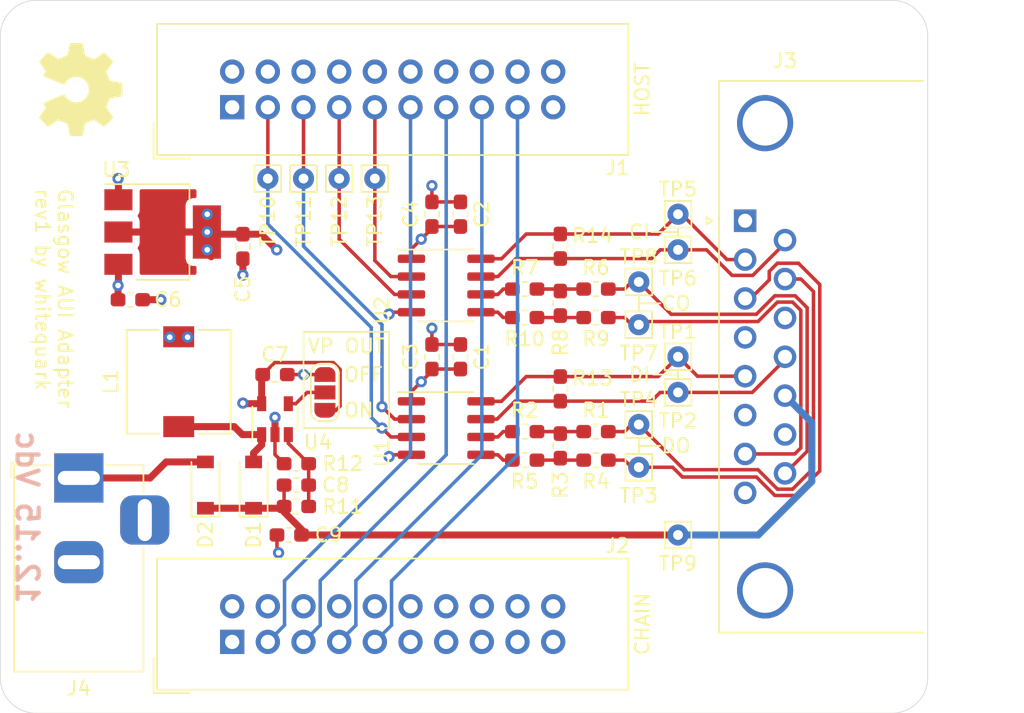
<source format=kicad_pcb>
(kicad_pcb (version 20200104) (host pcbnew "5.99.0-unknown-d9eaff1~86~ubuntu18.04.1")
  (layers (0 "F.Cu" signal) (1 "In1.Cu" power hide) (2 "In2.Cu" power hide) (31 "B.Cu" signal) (34 "B.Paste" user) (35 "F.Paste" user) (36 "B.SilkS" user) (37 "F.SilkS" user) (38 "B.Mask" user) (39 "F.Mask" user) (44 "Edge.Cuts" user))
  (net 0 "")
  (net 1 "GND")
  (net 2 "+3V3")
  (net 3 "+5V")
  (net 4 "Net-(C8-Pad2)")
  (net 5 "Net-(D1-Pad2)")
  (net 6 "Net-(J1-Pad20)")
  (net 7 "Net-(J1-Pad19)")
  (net 8 "/X-CO")
  (net 9 "/X-CI")
  (net 10 "/X-DO")
  (net 11 "/X-DI")
  (net 12 "/Y-CO")
  (net 13 "/Y-CI")
  (net 14 "/Y-DO")
  (net 15 "/Y-DI")
  (net 16 "Net-(J1-Pad1)")
  (net 17 "Net-(J2-Pad20)")
  (net 18 "Net-(J2-Pad19)")
  (net 19 "Net-(J2-Pad17)")
  (net 20 "Net-(J2-Pad15)")
  (net 21 "Net-(J2-Pad13)")
  (net 22 "Net-(J2-Pad11)")
  (net 23 "Net-(J2-Pad1)")
  (net 24 "/CO-B")
  (net 25 "/VP")
  (net 26 "/DI-B")
  (net 27 "/DO-B")
  (net 28 "/CI-B")
  (net 29 "/CO-A")
  (net 30 "/DI-A")
  (net 31 "/DO-A")
  (net 32 "/CI-A")
  (net 33 "Net-(JP1-Pad2)")
  (net 34 "Net-(R1-Pad2)")
  (net 35 "Net-(R2-Pad2)")
  (net 36 "Net-(R3-Pad1)")
  (net 37 "Net-(R5-Pad2)")
  (net 38 "Net-(R6-Pad2)")
  (net 39 "Net-(R7-Pad2)")
  (net 40 "Net-(R10-Pad1)")
  (net 41 "Net-(R10-Pad2)")
  (net 42 "Net-(D2-Pad2)")
  (module "Resistor_SMD:R_0603_1608Metric_Pad1.05x0.95mm_HandSolder" (layer "F.Cu") (at 183.388 61.976 90)
    (fp_text reference "R14" (at 0.762 2.286 180) (layer "F.SilkS"))
    (fp_text value "78")
    (pad "2" smd roundrect (at 0.875 0 90) (size 1.05 0.95) (layers "F.Cu" "F.Paste" "F.Mask") (net 32 "/CI-A"))
    (pad "1" smd roundrect (at -0.875 0 90) (size 1.05 0.95) (layers "F.Cu" "F.Paste" "F.Mask") (net 28 "/CI-B"))
  )
  (module "Resistor_SMD:R_0603_1608Metric_Pad1.05x0.95mm_HandSolder" (layer "F.Cu") (at 183.388 72.136 90)
    (fp_text reference "R13" (at 0.762 2.286 180) (layer "F.SilkS"))
    (fp_text value "78")
    (pad "2" smd roundrect (at 0.875 0 90) (size 1.05 0.95) (layers "F.Cu" "F.Paste" "F.Mask") (net 30 "/DI-A"))
    (pad "1" smd roundrect (at -0.875 0 90) (size 1.05 0.95) (layers "F.Cu" "F.Paste" "F.Mask") (net 26 "/DI-B"))
  )
  (module "Symbol:OSHW-Symbol_6.7x6mm_SilkScreen" (layer "F.Cu") (at 149.225 50.8 -90)
    (fp_text reference "REF**" hide)
    (fp_text value "OSHW-Symbol_6.7x6mm_SilkScreen" hide)
  )
  (module "Inductor_SMD:L_7.3x7.3_H4.5" (layer "F.Cu") (at 156.21 71.628 -90)
    (fp_text reference "L1" (at 0 4.826 90) (layer "F.SilkS"))
    (fp_text value "22u")
    (pad "2" smd rect (at 3.2 0 270) (size 1.5 2.2) (layers "F.Cu" "F.Paste" "F.Mask") (net 5 "Net-(D1-Pad2)"))
    (pad "1" smd rect (at -3.2 0 270) (size 1.5 2.2) (layers "F.Cu" "F.Paste" "F.Mask") (net 3 "+5V"))
  )
  (module "Diode_SMD:D_SOD-123" (layer "F.Cu") (at 158.115 78.994 90)
    (fp_text reference "D2" (at -3.556 0 90) (layer "F.SilkS"))
    (fp_text value "MBR0520")
    (pad "2" smd rect (at 1.65 0 90) (size 0.9 1.2) (layers "F.Cu" "F.Paste" "F.Mask") (net 42 "Net-(D2-Pad2)"))
    (pad "1" smd rect (at -1.65 0 90) (size 0.9 1.2) (layers "F.Cu" "F.Paste" "F.Mask") (net 25 "/VP"))
  )
  (module "Connector_BarrelJack:BarrelJack_Horizontal" (layer "F.Cu") (at 149.098 78.486 90)
    (fp_text reference "J4" (at -14.986 0 180) (layer "F.SilkS"))
    (fp_text value "DC5521")
    (pad "3" thru_hole roundrect (at -3 4.7 90) (size 3.5 3.5) (drill oval 3 1) (layers *.Cu *.Mask))
    (pad "2" thru_hole roundrect (at -6 0 90) (size 3 3.5) (drill oval 1 3) (layers *.Cu *.Mask) (net 1 "GND"))
    (pad "1" thru_hole rect (at 0 0 90) (size 3.5 3.5) (drill oval 1 3) (layers *.Cu *.Mask) (net 42 "Net-(D2-Pad2)"))
  )
  (module "Package_TO_SOT_SMD:SOT-23-5" (layer "F.Cu") (at 163.068 74.295 90)
    (fp_text reference "U4" (at -1.651 3.048) (layer "F.SilkS"))
    (fp_text value "TPS61040DBV")
    (pad "5" smd rect (at 1.1 -0.95 90) (size 1.06 0.65) (layers "F.Cu" "F.Paste" "F.Mask") (net 3 "+5V"))
    (pad "4" smd rect (at 1.1 0.95 90) (size 1.06 0.65) (layers "F.Cu" "F.Paste" "F.Mask") (net 33 "Net-(JP1-Pad2)"))
    (pad "3" smd rect (at -1.1 0.95 90) (size 1.06 0.65) (layers "F.Cu" "F.Paste" "F.Mask") (net 4 "Net-(C8-Pad2)"))
    (pad "2" smd rect (at -1.1 0 90) (size 1.06 0.65) (layers "F.Cu" "F.Paste" "F.Mask") (net 1 "GND"))
    (pad "1" smd rect (at -1.1 -0.95 90) (size 1.06 0.65) (layers "F.Cu" "F.Paste" "F.Mask") (net 5 "Net-(D1-Pad2)"))
  )
  (module "Package_TO_SOT_SMD:SOT-223-3_TabPin2" (layer "F.Cu") (at 155.067 60.96)
    (fp_text reference "U3" (at -3.302 -4.445) (layer "F.SilkS"))
    (fp_text value "LD1117S33TR")
    (pad "1" smd rect (at -3.15 -2.3) (size 2 1.5) (layers "F.Cu" "F.Paste" "F.Mask") (net 1 "GND"))
    (pad "3" smd rect (at -3.15 2.3) (size 2 1.5) (layers "F.Cu" "F.Paste" "F.Mask") (net 3 "+5V"))
    (pad "2" smd rect (at -3.15 0) (size 2 1.5) (layers "F.Cu" "F.Paste" "F.Mask") (net 2 "+3V3"))
    (pad "2" smd rect (at 3.15 0) (size 2 3.8) (layers "F.Cu" "F.Paste" "F.Mask") (net 2 "+3V3"))
  )
  (module "Package_SO:SOIC-8_3.9x4.9mm_P1.27mm" (layer "F.Cu") (at 175.26 64.77)
    (fp_text reference "U2" (at -4.572 1.778 90) (layer "F.SilkS"))
    (fp_text value "ADM3490E")
    (pad "8" smd roundrect (at 2.475 -1.905) (size 1.95 0.6) (layers "F.Cu" "F.Paste" "F.Mask") (net 32 "/CI-A"))
    (pad "7" smd roundrect (at 2.475 -0.635) (size 1.95 0.6) (layers "F.Cu" "F.Paste" "F.Mask") (net 28 "/CI-B"))
    (pad "6" smd roundrect (at 2.475 0.635) (size 1.95 0.6) (layers "F.Cu" "F.Paste" "F.Mask") (net 39 "Net-(R7-Pad2)"))
    (pad "5" smd roundrect (at 2.475 1.905) (size 1.95 0.6) (layers "F.Cu" "F.Paste" "F.Mask") (net 41 "Net-(R10-Pad2)"))
    (pad "4" smd roundrect (at -2.475 1.905) (size 1.95 0.6) (layers "F.Cu" "F.Paste" "F.Mask") (net 1 "GND"))
    (pad "3" smd roundrect (at -2.475 0.635) (size 1.95 0.6) (layers "F.Cu" "F.Paste" "F.Mask") (net 12 "/Y-CO"))
    (pad "2" smd roundrect (at -2.475 -0.635) (size 1.95 0.6) (layers "F.Cu" "F.Paste" "F.Mask") (net 13 "/Y-CI"))
    (pad "1" smd roundrect (at -2.475 -1.905) (size 1.95 0.6) (layers "F.Cu" "F.Paste" "F.Mask") (net 2 "+3V3"))
  )
  (module "Package_SO:SOIC-8_3.9x4.9mm_P1.27mm" (layer "F.Cu") (at 175.26 74.93)
    (fp_text reference "U1" (at -4.572 1.778 90) (layer "F.SilkS"))
    (fp_text value "ADM3490E")
    (pad "8" smd roundrect (at 2.475 -1.905) (size 1.95 0.6) (layers "F.Cu" "F.Paste" "F.Mask") (net 30 "/DI-A"))
    (pad "7" smd roundrect (at 2.475 -0.635) (size 1.95 0.6) (layers "F.Cu" "F.Paste" "F.Mask") (net 26 "/DI-B"))
    (pad "6" smd roundrect (at 2.475 0.635) (size 1.95 0.6) (layers "F.Cu" "F.Paste" "F.Mask") (net 35 "Net-(R2-Pad2)"))
    (pad "5" smd roundrect (at 2.475 1.905) (size 1.95 0.6) (layers "F.Cu" "F.Paste" "F.Mask") (net 37 "Net-(R5-Pad2)"))
    (pad "4" smd roundrect (at -2.475 1.905) (size 1.95 0.6) (layers "F.Cu" "F.Paste" "F.Mask") (net 1 "GND"))
    (pad "3" smd roundrect (at -2.475 0.635) (size 1.95 0.6) (layers "F.Cu" "F.Paste" "F.Mask") (net 14 "/Y-DO"))
    (pad "2" smd roundrect (at -2.475 -0.635) (size 1.95 0.6) (layers "F.Cu" "F.Paste" "F.Mask") (net 15 "/Y-DI"))
    (pad "1" smd roundrect (at -2.475 -1.905) (size 1.95 0.6) (layers "F.Cu" "F.Paste" "F.Mask") (net 2 "+3V3"))
  )
  (module "TestPoint:TestPoint_THTPad_1.5x1.5mm_Drill0.7mm" (layer "F.Cu") (at 188.976 64.516)
    (fp_text reference "TP8" (at 0 -1.778) (layer "F.SilkS"))
    (fp_text value "TestPoint")
    (pad "1" thru_hole circle (at 0 0) (size 1.5 1.5) (drill 0.7) (layers *.Cu *.Mask) (net 24 "/CO-B"))
  )
  (module "TestPoint:TestPoint_THTPad_1.5x1.5mm_Drill0.7mm" (layer "F.Cu") (at 188.976 67.564)
    (fp_text reference "TP7" (at 0 2.032) (layer "F.SilkS"))
    (fp_text value "TestPoint")
    (pad "1" thru_hole circle (at 0 0) (size 1.5 1.5) (drill 0.7) (layers *.Cu *.Mask) (net 29 "/CO-A"))
  )
  (module "TestPoint:TestPoint_THTPad_1.5x1.5mm_Drill0.7mm" (layer "F.Cu") (at 191.77 82.55)
    (fp_text reference "TP9" (at 0 2.032) (layer "F.SilkS"))
    (fp_text value "TestPoint")
    (pad "1" thru_hole circle (at 0 0) (size 1.5 1.5) (drill 0.7) (layers *.Cu *.Mask) (net 25 "/VP"))
  )
  (module "TestPoint:TestPoint_THTPad_1.5x1.5mm_Drill0.7mm" (layer "F.Cu") (at 191.77 69.85 180)
    (fp_text reference "TP1" (at 0 1.778) (layer "F.SilkS"))
    (fp_text value "TestPoint")
    (pad "1" thru_hole circle (at 0 0 180) (size 1.5 1.5) (drill 0.7) (layers *.Cu *.Mask) (net 30 "/DI-A"))
  )
  (module "TestPoint:TestPoint_THTPad_1.5x1.5mm_Drill0.7mm" (layer "F.Cu") (at 191.77 72.39)
    (fp_text reference "TP2" (at 0 2.032) (layer "F.SilkS"))
    (fp_text value "TestPoint")
    (pad "1" thru_hole circle (at 0 0) (size 1.5 1.5) (drill 0.7) (layers *.Cu *.Mask) (net 26 "/DI-B"))
  )
  (module "TestPoint:TestPoint_THTPad_1.5x1.5mm_Drill0.7mm" (layer "F.Cu") (at 170.18 57.15 180)
    (fp_text reference "TP13" (at 0 -3.048 90) (layer "F.SilkS"))
    (fp_text value "TestPoint")
    (pad "1" thru_hole circle (at 0 0 180) (size 1.5 1.5) (drill 0.7) (layers *.Cu *.Mask) (net 13 "/Y-CI"))
  )
  (module "TestPoint:TestPoint_THTPad_1.5x1.5mm_Drill0.7mm" (layer "F.Cu") (at 167.64 57.15 180)
    (fp_text reference "TP12" (at 0 -3.048 90) (layer "F.SilkS"))
    (fp_text value "TestPoint")
    (pad "1" thru_hole circle (at 0 0 180) (size 1.5 1.5) (drill 0.7) (layers *.Cu *.Mask) (net 12 "/Y-CO"))
  )
  (module "TestPoint:TestPoint_THTPad_1.5x1.5mm_Drill0.7mm" (layer "F.Cu") (at 188.976 77.724)
    (fp_text reference "TP3" (at 0 2.032) (layer "F.SilkS"))
    (fp_text value "TestPoint")
    (pad "1" thru_hole circle (at 0 0) (size 1.5 1.5) (drill 0.7) (layers *.Cu *.Mask) (net 31 "/DO-A"))
  )
  (module "TestPoint:TestPoint_THTPad_1.5x1.5mm_Drill0.7mm" (layer "F.Cu") (at 165.1 57.15 180)
    (fp_text reference "TP11" (at 0 -3.048 90) (layer "F.SilkS"))
    (fp_text value "TestPoint")
    (pad "1" thru_hole circle (at 0 0 180) (size 1.5 1.5) (drill 0.7) (layers *.Cu *.Mask) (net 15 "/Y-DI"))
  )
  (module "TestPoint:TestPoint_THTPad_1.5x1.5mm_Drill0.7mm" (layer "F.Cu") (at 188.976 74.676)
    (fp_text reference "TP4" (at 0 -1.778) (layer "F.SilkS"))
    (fp_text value "TestPoint")
    (pad "1" thru_hole circle (at 0 0) (size 1.5 1.5) (drill 0.7) (layers *.Cu *.Mask) (net 27 "/DO-B"))
  )
  (module "TestPoint:TestPoint_THTPad_1.5x1.5mm_Drill0.7mm" (layer "F.Cu") (at 162.56 57.15 180)
    (fp_text reference "TP10" (at 0 -3.048 270) (layer "F.SilkS"))
    (fp_text value "TestPoint")
    (pad "1" thru_hole circle (at 0 0 180) (size 1.5 1.5) (drill 0.7) (layers *.Cu *.Mask) (net 14 "/Y-DO"))
  )
  (module "TestPoint:TestPoint_THTPad_1.5x1.5mm_Drill0.7mm" (layer "F.Cu") (at 191.77 59.69)
    (fp_text reference "TP5" (at 0 -1.778) (layer "F.SilkS"))
    (fp_text value "TestPoint")
    (pad "1" thru_hole circle (at 0 0) (size 1.5 1.5) (drill 0.7) (layers *.Cu *.Mask) (net 32 "/CI-A"))
  )
  (module "TestPoint:TestPoint_THTPad_1.5x1.5mm_Drill0.7mm" (layer "F.Cu") (at 191.77 62.23)
    (fp_text reference "TP6" (at 0 2.032) (layer "F.SilkS"))
    (fp_text value "TestPoint")
    (pad "1" thru_hole circle (at 0 0) (size 1.5 1.5) (drill 0.7) (layers *.Cu *.Mask) (net 28 "/CI-B"))
  )
  (module "Resistor_SMD:R_0603_1608Metric_Pad1.05x0.95mm_HandSolder" (layer "F.Cu") (at 164.592 77.47 180)
    (fp_text reference "R12" (at -3.302 0) (layer "F.SilkS"))
    (fp_text value "174k")
    (pad "2" smd roundrect (at 0.875 0 180) (size 1.05 0.95) (layers "F.Cu" "F.Paste" "F.Mask") (net 1 "GND"))
    (pad "1" smd roundrect (at -0.875 0 180) (size 1.05 0.95) (layers "F.Cu" "F.Paste" "F.Mask") (net 4 "Net-(C8-Pad2)"))
  )
  (module "Resistor_SMD:R_0603_1608Metric_Pad1.05x0.95mm_HandSolder" (layer "F.Cu") (at 164.592 80.518)
    (fp_text reference "R11" (at 3.302 0) (layer "F.SilkS"))
    (fp_text value "1.5M")
    (pad "2" smd roundrect (at 0.875 0) (size 1.05 0.95) (layers "F.Cu" "F.Paste" "F.Mask") (net 4 "Net-(C8-Pad2)"))
    (pad "1" smd roundrect (at -0.875 0) (size 1.05 0.95) (layers "F.Cu" "F.Paste" "F.Mask") (net 25 "/VP"))
  )
  (module "Resistor_SMD:R_0603_1608Metric_Pad1.05x0.95mm_HandSolder" (layer "F.Cu") (at 180.848 67.056 180)
    (fp_text reference "R10" (at 0 -1.524) (layer "F.SilkS"))
    (fp_text value "12")
    (pad "2" smd roundrect (at 0.875 0 180) (size 1.05 0.95) (layers "F.Cu" "F.Paste" "F.Mask") (net 41 "Net-(R10-Pad2)"))
    (pad "1" smd roundrect (at -0.875 0 180) (size 1.05 0.95) (layers "F.Cu" "F.Paste" "F.Mask") (net 40 "Net-(R10-Pad1)"))
  )
  (module "Resistor_SMD:R_0603_1608Metric_Pad1.05x0.95mm_HandSolder" (layer "F.Cu") (at 185.928 67.056 180)
    (fp_text reference "R9" (at 0 -1.524) (layer "F.SilkS"))
    (fp_text value "12")
    (pad "2" smd roundrect (at 0.875 0 180) (size 1.05 0.95) (layers "F.Cu" "F.Paste" "F.Mask") (net 40 "Net-(R10-Pad1)"))
    (pad "1" smd roundrect (at -0.875 0 180) (size 1.05 0.95) (layers "F.Cu" "F.Paste" "F.Mask") (net 29 "/CO-A"))
  )
  (module "Resistor_SMD:R_0603_1608Metric_Pad1.05x0.95mm_HandSolder" (layer "F.Cu") (at 183.388 66.04 90)
    (fp_text reference "R8" (at -2.794 0 90) (layer "F.SilkS"))
    (fp_text value "115")
    (pad "2" smd roundrect (at 0.875 0 90) (size 1.05 0.95) (layers "F.Cu" "F.Paste" "F.Mask") (net 38 "Net-(R6-Pad2)"))
    (pad "1" smd roundrect (at -0.875 0 90) (size 1.05 0.95) (layers "F.Cu" "F.Paste" "F.Mask") (net 40 "Net-(R10-Pad1)"))
  )
  (module "Resistor_SMD:R_0603_1608Metric_Pad1.05x0.95mm_HandSolder" (layer "F.Cu") (at 180.848 65.024 180)
    (fp_text reference "R7" (at 0 1.524) (layer "F.SilkS"))
    (fp_text value "12")
    (pad "2" smd roundrect (at 0.875 0 180) (size 1.05 0.95) (layers "F.Cu" "F.Paste" "F.Mask") (net 39 "Net-(R7-Pad2)"))
    (pad "1" smd roundrect (at -0.875 0 180) (size 1.05 0.95) (layers "F.Cu" "F.Paste" "F.Mask") (net 38 "Net-(R6-Pad2)"))
  )
  (module "Resistor_SMD:R_0603_1608Metric_Pad1.05x0.95mm_HandSolder" (layer "F.Cu") (at 185.928 65.024 180)
    (fp_text reference "R6" (at 0 1.524) (layer "F.SilkS"))
    (fp_text value "12")
    (pad "2" smd roundrect (at 0.875 0 180) (size 1.05 0.95) (layers "F.Cu" "F.Paste" "F.Mask") (net 38 "Net-(R6-Pad2)"))
    (pad "1" smd roundrect (at -0.875 0 180) (size 1.05 0.95) (layers "F.Cu" "F.Paste" "F.Mask") (net 24 "/CO-B"))
  )
  (module "Resistor_SMD:R_0603_1608Metric_Pad1.05x0.95mm_HandSolder" (layer "F.Cu") (at 180.848 77.216 180)
    (fp_text reference "R5" (at 0 -1.524) (layer "F.SilkS"))
    (fp_text value "12")
    (pad "2" smd roundrect (at 0.875 0 180) (size 1.05 0.95) (layers "F.Cu" "F.Paste" "F.Mask") (net 37 "Net-(R5-Pad2)"))
    (pad "1" smd roundrect (at -0.875 0 180) (size 1.05 0.95) (layers "F.Cu" "F.Paste" "F.Mask") (net 36 "Net-(R3-Pad1)"))
  )
  (module "Resistor_SMD:R_0603_1608Metric_Pad1.05x0.95mm_HandSolder" (layer "F.Cu") (at 185.928 77.216 180)
    (fp_text reference "R4" (at 0 -1.524) (layer "F.SilkS"))
    (fp_text value "12")
    (pad "2" smd roundrect (at 0.875 0 180) (size 1.05 0.95) (layers "F.Cu" "F.Paste" "F.Mask") (net 36 "Net-(R3-Pad1)"))
    (pad "1" smd roundrect (at -0.875 0 180) (size 1.05 0.95) (layers "F.Cu" "F.Paste" "F.Mask") (net 31 "/DO-A"))
  )
  (module "Resistor_SMD:R_0603_1608Metric_Pad1.05x0.95mm_HandSolder" (layer "F.Cu") (at 183.388 76.2 90)
    (fp_text reference "R3" (at -2.794 0 270) (layer "F.SilkS"))
    (fp_text value "115")
    (pad "2" smd roundrect (at 0.875 0 90) (size 1.05 0.95) (layers "F.Cu" "F.Paste" "F.Mask") (net 34 "Net-(R1-Pad2)"))
    (pad "1" smd roundrect (at -0.875 0 90) (size 1.05 0.95) (layers "F.Cu" "F.Paste" "F.Mask") (net 36 "Net-(R3-Pad1)"))
  )
  (module "Resistor_SMD:R_0603_1608Metric_Pad1.05x0.95mm_HandSolder" (layer "F.Cu") (at 180.848 75.184 180)
    (fp_text reference "R2" (at 0 1.524) (layer "F.SilkS"))
    (fp_text value "12")
    (pad "2" smd roundrect (at 0.875 0 180) (size 1.05 0.95) (layers "F.Cu" "F.Paste" "F.Mask") (net 35 "Net-(R2-Pad2)"))
    (pad "1" smd roundrect (at -0.875 0 180) (size 1.05 0.95) (layers "F.Cu" "F.Paste" "F.Mask") (net 34 "Net-(R1-Pad2)"))
  )
  (module "Resistor_SMD:R_0603_1608Metric_Pad1.05x0.95mm_HandSolder" (layer "F.Cu") (at 185.928 75.184 180)
    (fp_text reference "R1" (at 0 1.524) (layer "F.SilkS"))
    (fp_text value "12")
    (pad "2" smd roundrect (at 0.875 0 180) (size 1.05 0.95) (layers "F.Cu" "F.Paste" "F.Mask") (net 34 "Net-(R1-Pad2)"))
    (pad "1" smd roundrect (at -0.875 0 180) (size 1.05 0.95) (layers "F.Cu" "F.Paste" "F.Mask") (net 27 "/DO-B"))
  )
  (module "Jumper:SolderJumper-3_P1.3mm_Open_RoundedPad1.0x1.5mm" (layer "F.Cu") (at 166.624 72.39 -90)
    (fp_text reference "JP1" hide)
    (fp_text value "SolderJumper_3_Open")
    (pad "2" smd rect (at 0 0 270) (size 1 1.5) (layers "F.Cu" "F.Mask") (net 33 "Net-(JP1-Pad2)"))
    (pad "3" smd custom (at 1.3 0 270) (size 1 0.5) (layers "F.Cu" "F.Mask") (net 3 "+5V") (options (clearance outline) (anchor rect)) (primitives (gr_circle (center 0 0.25) (end 0.5 0.25) (width 0)) (gr_circle (center 0 -0.25) (end 0.5 -0.25) (width 0)) (gr_poly (pts (xy -0.55 -0.75) (xy 0 -0.75) (xy 0 0.75) (xy -0.55 0.75)) (width 0))))
    (pad "1" smd custom (at -1.3 0 270) (size 1 0.5) (layers "F.Cu" "F.Mask") (net 1 "GND") (options (clearance outline) (anchor rect)) (primitives (gr_circle (center 0 0.25) (end 0.5 0.25) (width 0)) (gr_circle (center 0 -0.25) (end 0.5 -0.25) (width 0)) (gr_poly (pts (xy 0.55 -0.75) (xy 0 -0.75) (xy 0 0.75) (xy 0.55 0.75)) (width 0))))
  )
  (module "Connector_Dsub:DSUB-15_Female_Horizontal_P2.77x2.84mm_EdgePinOffset9.90mm_Housed_MountingHolesOffset11.32mm" (layer "F.Cu") (at 196.55 60.155 90)
    (fp_text reference "J3" (at 11.387 2.84 180) (layer "F.SilkS"))
    (fp_text value "DB15_Female_MountingHoles")
    (pad "0" thru_hole circle (at 6.955 1.42 90) (size 4 4) (drill 3.2) (layers *.Cu *.Mask) (net 1 "GND"))
    (pad "0" thru_hole circle (at -26.345 1.42 90) (size 4 4) (drill 3.2) (layers *.Cu *.Mask) (net 1 "GND"))
    (pad "15" thru_hole circle (at -18.005 2.84 90) (size 1.6 1.6) (drill 1) (layers *.Cu *.Mask) (net 24 "/CO-B"))
    (pad "14" thru_hole circle (at -15.235 2.84 90) (size 1.6 1.6) (drill 1) (layers *.Cu *.Mask) (net 1 "GND"))
    (pad "13" thru_hole circle (at -12.465 2.84 90) (size 1.6 1.6) (drill 1) (layers *.Cu *.Mask) (net 25 "/VP"))
    (pad "12" thru_hole circle (at -9.695 2.84 90) (size 1.6 1.6) (drill 1) (layers *.Cu *.Mask) (net 26 "/DI-B"))
    (pad "11" thru_hole circle (at -6.925 2.84 90) (size 1.6 1.6) (drill 1) (layers *.Cu *.Mask) (net 1 "GND"))
    (pad "10" thru_hole circle (at -4.155 2.84 90) (size 1.6 1.6) (drill 1) (layers *.Cu *.Mask) (net 27 "/DO-B"))
    (pad "9" thru_hole circle (at -1.385 2.84 90) (size 1.6 1.6) (drill 1) (layers *.Cu *.Mask) (net 28 "/CI-B"))
    (pad "8" thru_hole circle (at -19.39 0 90) (size 1.6 1.6) (drill 1) (layers *.Cu *.Mask) (net 1 "GND"))
    (pad "7" thru_hole circle (at -16.62 0 90) (size 1.6 1.6) (drill 1) (layers *.Cu *.Mask) (net 29 "/CO-A"))
    (pad "6" thru_hole circle (at -13.85 0 90) (size 1.6 1.6) (drill 1) (layers *.Cu *.Mask) (net 1 "GND"))
    (pad "5" thru_hole circle (at -11.08 0 90) (size 1.6 1.6) (drill 1) (layers *.Cu *.Mask) (net 30 "/DI-A"))
    (pad "4" thru_hole circle (at -8.31 0 90) (size 1.6 1.6) (drill 1) (layers *.Cu *.Mask) (net 1 "GND"))
    (pad "3" thru_hole circle (at -5.54 0 90) (size 1.6 1.6) (drill 1) (layers *.Cu *.Mask) (net 31 "/DO-A"))
    (pad "2" thru_hole circle (at -2.77 0 90) (size 1.6 1.6) (drill 1) (layers *.Cu *.Mask) (net 32 "/CI-A"))
    (pad "1" thru_hole rect (at 0 0 90) (size 1.6 1.6) (drill 1) (layers *.Cu *.Mask) (net 1 "GND"))
  )
  (module "Connector_IDC:IDC-Header_2x10_P2.54mm_Vertical" (layer "F.Cu") (at 160.02 90.17 90)
    (fp_text reference "J2" (at 6.858 27.432 180) (layer "F.SilkS"))
    (fp_text value "Conn_02x10_Odd_Even")
    (pad "20" thru_hole oval (at 2.54 22.86 90) (size 1.7272 1.7272) (drill 1.016) (layers *.Cu *.Mask) (net 17 "Net-(J2-Pad20)"))
    (pad "19" thru_hole oval (at 0 22.86 90) (size 1.7272 1.7272) (drill 1.016) (layers *.Cu *.Mask) (net 18 "Net-(J2-Pad19)"))
    (pad "18" thru_hole oval (at 2.54 20.32 90) (size 1.7272 1.7272) (drill 1.016) (layers *.Cu *.Mask) (net 1 "GND"))
    (pad "17" thru_hole oval (at 0 20.32 90) (size 1.7272 1.7272) (drill 1.016) (layers *.Cu *.Mask) (net 19 "Net-(J2-Pad17)"))
    (pad "16" thru_hole oval (at 2.54 17.78 90) (size 1.7272 1.7272) (drill 1.016) (layers *.Cu *.Mask) (net 1 "GND"))
    (pad "15" thru_hole oval (at 0 17.78 90) (size 1.7272 1.7272) (drill 1.016) (layers *.Cu *.Mask) (net 20 "Net-(J2-Pad15)"))
    (pad "14" thru_hole oval (at 2.54 15.24 90) (size 1.7272 1.7272) (drill 1.016) (layers *.Cu *.Mask) (net 1 "GND"))
    (pad "13" thru_hole oval (at 0 15.24 90) (size 1.7272 1.7272) (drill 1.016) (layers *.Cu *.Mask) (net 21 "Net-(J2-Pad13)"))
    (pad "12" thru_hole oval (at 2.54 12.7 90) (size 1.7272 1.7272) (drill 1.016) (layers *.Cu *.Mask) (net 1 "GND"))
    (pad "11" thru_hole oval (at 0 12.7 90) (size 1.7272 1.7272) (drill 1.016) (layers *.Cu *.Mask) (net 22 "Net-(J2-Pad11)"))
    (pad "10" thru_hole oval (at 2.54 10.16 90) (size 1.7272 1.7272) (drill 1.016) (layers *.Cu *.Mask) (net 1 "GND"))
    (pad "9" thru_hole oval (at 0 10.16 90) (size 1.7272 1.7272) (drill 1.016) (layers *.Cu *.Mask) (net 9 "/X-CI"))
    (pad "8" thru_hole oval (at 2.54 7.62 90) (size 1.7272 1.7272) (drill 1.016) (layers *.Cu *.Mask) (net 1 "GND"))
    (pad "7" thru_hole oval (at 0 7.62 90) (size 1.7272 1.7272) (drill 1.016) (layers *.Cu *.Mask) (net 8 "/X-CO"))
    (pad "6" thru_hole oval (at 2.54 5.08 90) (size 1.7272 1.7272) (drill 1.016) (layers *.Cu *.Mask) (net 1 "GND"))
    (pad "5" thru_hole oval (at 0 5.08 90) (size 1.7272 1.7272) (drill 1.016) (layers *.Cu *.Mask) (net 11 "/X-DI"))
    (pad "4" thru_hole oval (at 2.54 2.54 90) (size 1.7272 1.7272) (drill 1.016) (layers *.Cu *.Mask) (net 1 "GND"))
    (pad "3" thru_hole oval (at 0 2.54 90) (size 1.7272 1.7272) (drill 1.016) (layers *.Cu *.Mask) (net 10 "/X-DO"))
    (pad "2" thru_hole oval (at 2.54 0 90) (size 1.7272 1.7272) (drill 1.016) (layers *.Cu *.Mask) (net 3 "+5V"))
    (pad "1" thru_hole rect (at 0 0 90) (size 1.7272 1.7272) (drill 1.016) (layers *.Cu *.Mask) (net 23 "Net-(J2-Pad1)"))
  )
  (module "Connector_IDC:IDC-Header_2x10_P2.54mm_Vertical" (layer "F.Cu") (at 160.02 52.07 90)
    (fp_text reference "J1" (at -4.318 27.432 180) (layer "F.SilkS"))
    (fp_text value "Conn_02x10_Odd_Even")
    (pad "20" thru_hole oval (at 2.54 22.86 90) (size 1.7272 1.7272) (drill 1.016) (layers *.Cu *.Mask) (net 6 "Net-(J1-Pad20)"))
    (pad "19" thru_hole oval (at 0 22.86 90) (size 1.7272 1.7272) (drill 1.016) (layers *.Cu *.Mask) (net 7 "Net-(J1-Pad19)"))
    (pad "18" thru_hole oval (at 2.54 20.32 90) (size 1.7272 1.7272) (drill 1.016) (layers *.Cu *.Mask) (net 1 "GND"))
    (pad "17" thru_hole oval (at 0 20.32 90) (size 1.7272 1.7272) (drill 1.016) (layers *.Cu *.Mask) (net 9 "/X-CI"))
    (pad "16" thru_hole oval (at 2.54 17.78 90) (size 1.7272 1.7272) (drill 1.016) (layers *.Cu *.Mask) (net 1 "GND"))
    (pad "15" thru_hole oval (at 0 17.78 90) (size 1.7272 1.7272) (drill 1.016) (layers *.Cu *.Mask) (net 8 "/X-CO"))
    (pad "14" thru_hole oval (at 2.54 15.24 90) (size 1.7272 1.7272) (drill 1.016) (layers *.Cu *.Mask) (net 1 "GND"))
    (pad "13" thru_hole oval (at 0 15.24 90) (size 1.7272 1.7272) (drill 1.016) (layers *.Cu *.Mask) (net 11 "/X-DI"))
    (pad "12" thru_hole oval (at 2.54 12.7 90) (size 1.7272 1.7272) (drill 1.016) (layers *.Cu *.Mask) (net 1 "GND"))
    (pad "11" thru_hole oval (at 0 12.7 90) (size 1.7272 1.7272) (drill 1.016) (layers *.Cu *.Mask) (net 10 "/X-DO"))
    (pad "10" thru_hole oval (at 2.54 10.16 90) (size 1.7272 1.7272) (drill 1.016) (layers *.Cu *.Mask) (net 1 "GND"))
    (pad "9" thru_hole oval (at 0 10.16 90) (size 1.7272 1.7272) (drill 1.016) (layers *.Cu *.Mask) (net 13 "/Y-CI"))
    (pad "8" thru_hole oval (at 2.54 7.62 90) (size 1.7272 1.7272) (drill 1.016) (layers *.Cu *.Mask) (net 1 "GND"))
    (pad "7" thru_hole oval (at 0 7.62 90) (size 1.7272 1.7272) (drill 1.016) (layers *.Cu *.Mask) (net 12 "/Y-CO"))
    (pad "6" thru_hole oval (at 2.54 5.08 90) (size 1.7272 1.7272) (drill 1.016) (layers *.Cu *.Mask) (net 1 "GND"))
    (pad "5" thru_hole oval (at 0 5.08 90) (size 1.7272 1.7272) (drill 1.016) (layers *.Cu *.Mask) (net 15 "/Y-DI"))
    (pad "4" thru_hole oval (at 2.54 2.54 90) (size 1.7272 1.7272) (drill 1.016) (layers *.Cu *.Mask) (net 1 "GND"))
    (pad "3" thru_hole oval (at 0 2.54 90) (size 1.7272 1.7272) (drill 1.016) (layers *.Cu *.Mask) (net 14 "/Y-DO"))
    (pad "2" thru_hole oval (at 2.54 0 90) (size 1.7272 1.7272) (drill 1.016) (layers *.Cu *.Mask) (net 3 "+5V"))
    (pad "1" thru_hole rect (at 0 0 90) (size 1.7272 1.7272) (drill 1.016) (layers *.Cu *.Mask) (net 16 "Net-(J1-Pad1)"))
  )
  (module "Diode_SMD:D_SOD-123" (layer "F.Cu") (at 161.544 78.994 90)
    (fp_text reference "D1" (at -3.556 0 90) (layer "F.SilkS"))
    (fp_text value "MBR0520")
    (pad "2" smd rect (at 1.65 0 90) (size 0.9 1.2) (layers "F.Cu" "F.Paste" "F.Mask") (net 5 "Net-(D1-Pad2)"))
    (pad "1" smd rect (at -1.65 0 90) (size 0.9 1.2) (layers "F.Cu" "F.Paste" "F.Mask") (net 25 "/VP"))
  )
  (module "Capacitor_SMD:C_0603_1608Metric_Pad1.05x0.95mm_HandSolder" (layer "F.Cu") (at 164.084 82.55 180)
    (fp_text reference "C9" (at -2.794 0) (layer "F.SilkS"))
    (fp_text value "1u")
    (pad "2" smd roundrect (at 0.875 0 180) (size 1.05 0.95) (layers "F.Cu" "F.Paste" "F.Mask") (net 1 "GND"))
    (pad "1" smd roundrect (at -0.875 0 180) (size 1.05 0.95) (layers "F.Cu" "F.Paste" "F.Mask") (net 25 "/VP"))
  )
  (module "Capacitor_SMD:C_0603_1608Metric_Pad1.05x0.95mm_HandSolder" (layer "F.Cu") (at 164.592 78.994)
    (fp_text reference "C8" (at 2.794 0) (layer "F.SilkS"))
    (fp_text value "DNP")
    (pad "2" smd roundrect (at 0.875 0) (size 1.05 0.95) (layers "F.Cu" "F.Paste" "F.Mask") (net 4 "Net-(C8-Pad2)"))
    (pad "1" smd roundrect (at -0.875 0) (size 1.05 0.95) (layers "F.Cu" "F.Paste" "F.Mask") (net 25 "/VP"))
  )
  (module "Capacitor_SMD:C_0603_1608Metric_Pad1.05x0.95mm_HandSolder" (layer "F.Cu") (at 163.068 71.12)
    (fp_text reference "C7" (at 0 -1.43) (layer "F.SilkS"))
    (fp_text value "10u")
    (pad "2" smd roundrect (at 0.875 0) (size 1.05 0.95) (layers "F.Cu" "F.Paste" "F.Mask") (net 1 "GND"))
    (pad "1" smd roundrect (at -0.875 0) (size 1.05 0.95) (layers "F.Cu" "F.Paste" "F.Mask") (net 3 "+5V"))
  )
  (module "Capacitor_SMD:C_0603_1608Metric_Pad1.05x0.95mm_HandSolder" (layer "F.Cu") (at 152.767 65.786)
    (fp_text reference "C6" (at 2.681 0) (layer "F.SilkS"))
    (fp_text value "10u")
    (pad "2" smd roundrect (at 0.875 0) (size 1.05 0.95) (layers "F.Cu" "F.Paste" "F.Mask") (net 1 "GND"))
    (pad "1" smd roundrect (at -0.875 0) (size 1.05 0.95) (layers "F.Cu" "F.Paste" "F.Mask") (net 3 "+5V"))
  )
  (module "Capacitor_SMD:C_0603_1608Metric_Pad1.05x0.95mm_HandSolder" (layer "F.Cu") (at 160.782 61.99 -90)
    (fp_text reference "C5" (at 3.048 0 90) (layer "F.SilkS"))
    (fp_text value "10u")
    (pad "2" smd roundrect (at 0.875 0 270) (size 1.05 0.95) (layers "F.Cu" "F.Paste" "F.Mask") (net 1 "GND"))
    (pad "1" smd roundrect (at -0.875 0 270) (size 1.05 0.95) (layers "F.Cu" "F.Paste" "F.Mask") (net 2 "+3V3"))
  )
  (module "Capacitor_SMD:C_0603_1608Metric_Pad1.05x0.95mm_HandSolder" (layer "F.Cu") (at 174.244 59.69 90)
    (fp_text reference "C4" (at 0 -1.524 90) (layer "F.SilkS"))
    (fp_text value "100n")
    (pad "2" smd roundrect (at 0.875 0 90) (size 1.05 0.95) (layers "F.Cu" "F.Paste" "F.Mask") (net 1 "GND"))
    (pad "1" smd roundrect (at -0.875 0 90) (size 1.05 0.95) (layers "F.Cu" "F.Paste" "F.Mask") (net 2 "+3V3"))
  )
  (module "Capacitor_SMD:C_0603_1608Metric_Pad1.05x0.95mm_HandSolder" (layer "F.Cu") (at 174.244 69.85 90)
    (fp_text reference "C3" (at 0 -1.524 270) (layer "F.SilkS"))
    (fp_text value "100n")
    (pad "2" smd roundrect (at 0.875 0 90) (size 1.05 0.95) (layers "F.Cu" "F.Paste" "F.Mask") (net 1 "GND"))
    (pad "1" smd roundrect (at -0.875 0 90) (size 1.05 0.95) (layers "F.Cu" "F.Paste" "F.Mask") (net 2 "+3V3"))
  )
  (module "Capacitor_SMD:C_0603_1608Metric_Pad1.05x0.95mm_HandSolder" (layer "F.Cu") (at 176.276 59.69 90)
    (fp_text reference "C2" (at 0 1.524 270) (layer "F.SilkS"))
    (fp_text value "1u")
    (pad "2" smd roundrect (at 0.875 0 90) (size 1.05 0.95) (layers "F.Cu" "F.Paste" "F.Mask") (net 1 "GND"))
    (pad "1" smd roundrect (at -0.875 0 90) (size 1.05 0.95) (layers "F.Cu" "F.Paste" "F.Mask") (net 2 "+3V3"))
  )
  (module "Capacitor_SMD:C_0603_1608Metric_Pad1.05x0.95mm_HandSolder" (layer "F.Cu") (at 176.276 69.85 90)
    (fp_text reference "C1" (at 0 1.524 270) (layer "F.SilkS"))
    (fp_text value "1u")
    (pad "2" smd roundrect (at 0.875 0 90) (size 1.05 0.95) (layers "F.Cu" "F.Paste" "F.Mask") (net 1 "GND"))
    (pad "1" smd roundrect (at -0.875 0 90) (size 1.05 0.95) (layers "F.Cu" "F.Paste" "F.Mask") (net 2 "+3V3"))
  )
  (gr_text "12..15 Vdc" (at 145.415 81.28 270) (layer "B.SilkS") (effects (font (size 1.5 1.5) (thickness 0.3)) (justify mirror)))
  (gr_text "Glasgow AUI Adapter\nrev1 by whitequark" (at 147.32 57.785 270) (layer "F.SilkS") (effects (font (size 1 1)) (justify left)))
  (gr_arc (start 207.01 92.71) (end 207.01 95.25) (angle -90) (layer "Edge.Cuts") (width 0.05))
  (gr_arc (start 146.05 92.71) (end 143.51 92.71) (angle -90) (layer "Edge.Cuts") (width 0.05))
  (gr_arc (start 146.05 46.99) (end 146.05 44.45) (angle -90) (layer "Edge.Cuts") (width 0.05))
  (gr_arc (start 207.01 46.99) (end 209.55 46.99) (angle -89.99997755) (layer "Edge.Cuts") (width 0.05))
  (gr_line (start 188.976 76.2) (end 190.5 76.2) (layer "F.SilkS") (width 0.12))
  (gr_line (start 188.976 76.708) (end 188.976 76.2) (layer "F.SilkS") (width 0.12))
  (gr_line (start 188.976 75.692) (end 188.976 76.708) (layer "F.SilkS") (width 0.12))
  (gr_line (start 191.77 71.12) (end 189.992 71.12) (layer "F.SilkS") (width 0.12))
  (gr_line (start 191.77 70.866) (end 191.77 71.374) (layer "F.SilkS") (width 0.12))
  (gr_line (start 190.5 66.04) (end 188.976 66.04) (layer "F.SilkS") (width 0.12))
  (gr_line (start 188.976 66.548) (end 188.976 66.04) (layer "F.SilkS") (width 0.12))
  (gr_line (start 188.976 66.04) (end 188.976 66.548) (layer "F.SilkS") (width 0.12))
  (gr_line (start 188.976 65.532) (end 188.976 66.04) (layer "F.SilkS") (width 0.12))
  (gr_line (start 191.77 61.214) (end 191.77 60.96) (layer "F.SilkS") (width 0.12))
  (gr_line (start 191.77 60.706) (end 191.77 60.96) (layer "F.SilkS") (width 0.12))
  (gr_line (start 191.77 60.96) (end 191.77 60.706) (layer "F.SilkS") (width 0.12))
  (gr_line (start 189.865 60.96) (end 191.77 60.96) (layer "F.SilkS") (width 0.12))
  (gr_text "CO" (at 190.5 66.04) (layer "F.SilkS") (effects (font (size 1 1)) (justify left)))
  (gr_text "CI" (at 189.865 60.96) (layer "F.SilkS") (effects (font (size 1 1)) (justify right)))
  (gr_text "DI" (at 189.865 71.12) (layer "F.SilkS") (effects (font (size 1 1)) (justify right)))
  (gr_text "DO" (at 190.5 76.2) (layer "F.SilkS") (effects (font (size 1 1)) (justify left)))
  (gr_line (start 165.1 74.93) (end 165.1 68.072) (layer "F.SilkS") (width 0.12))
  (gr_line (start 171.196 74.93) (end 165.1 74.93) (layer "F.SilkS") (width 0.12))
  (gr_line (start 171.196 68.072) (end 171.196 74.93) (layer "F.SilkS") (width 0.12))
  (gr_line (start 165.1 68.072) (end 171.196 68.072) (layer "F.SilkS") (width 0.12))
  (gr_text "VP OUT" (at 168.148 69.088) (layer "F.SilkS") (effects (font (size 1 1))))
  (gr_text "ON" (at 167.894 73.66) (layer "F.SilkS") (effects (font (size 1 1)) (justify left)))
  (gr_text "OFF" (at 167.894 71.12) (layer "F.SilkS") (effects (font (size 1 1)) (justify left)))
  (gr_text "CHAIN" (at 189.23 88.9 90) (layer "F.SilkS") (effects (font (size 1 1))))
  (gr_text "HOST" (at 189.23 50.8 90) (layer "F.SilkS") (effects (font (size 1 1))))
  (gr_line (start 143.51 92.71) (end 143.51 46.99) (layer "Edge.Cuts") (width 0.05))
  (gr_line (start 207.01 95.25) (end 146.05 95.25) (layer "Edge.Cuts") (width 0.05))
  (gr_line (start 209.55 46.99) (end 209.55 92.71) (layer "Edge.Cuts") (width 0.05))
  (gr_line (start 146.05 44.45) (end 207.01 44.45) (layer "Edge.Cuts") (width 0.05))
  (segment (start 178.8795 74.295) (end 180.1635 73.011) (width 0.25) (layer "F.Cu") (net 26))
  (segment (start 180.1635 73.011) (end 183.388 73.011) (width 0.25) (layer "F.Cu") (net 26))
  (segment (start 177.735 74.295) (end 178.8795 74.295) (width 0.25) (layer "F.Cu") (net 26))
  (segment (start 178.943 64.135) (end 180.227 62.851) (width 0.25) (layer "F.Cu") (net 28))
  (segment (start 177.735 64.135) (end 178.943 64.135) (width 0.25) (layer "F.Cu") (net 28))
  (segment (start 180.227 62.851) (end 183.388 62.851) (width 0.25) (layer "F.Cu") (net 28))
  (segment (start 179.197 62.865) (end 180.961 61.101) (width 0.25) (layer "F.Cu") (net 32))
  (segment (start 177.735 62.865) (end 179.197 62.865) (width 0.25) (layer "F.Cu") (net 32))
  (segment (start 180.961 61.101) (end 183.388 61.101) (width 0.25) (layer "F.Cu") (net 32))
  (segment (start 179.197 73.025) (end 180.961 71.261) (width 0.25) (layer "F.Cu") (net 30))
  (segment (start 177.735 73.025) (end 179.197 73.025) (width 0.25) (layer "F.Cu") (net 30))
  (segment (start 180.961 71.261) (end 183.388 71.261) (width 0.25) (layer "F.Cu") (net 30))
  (segment (start 183.388 61.101) (end 190.359 61.101) (width 0.25) (layer "F.Cu") (net 32))
  (segment (start 190.359 61.101) (end 191.77 59.69) (width 0.25) (layer "F.Cu") (net 32))
  (segment (start 189.879 62.851) (end 190.5 62.23) (width 0.25) (layer "F.Cu") (net 28))
  (segment (start 190.5 62.23) (end 191.77 62.23) (width 0.25) (layer "F.Cu") (net 28))
  (segment (start 183.388 62.851) (end 189.879 62.851) (width 0.25) (layer "F.Cu") (net 28))
  (segment (start 190.359 71.261) (end 191.77 69.85) (width 0.25) (layer "F.Cu") (net 30))
  (segment (start 183.388 71.261) (end 190.359 71.261) (width 0.25) (layer "F.Cu") (net 30))
  (segment (start 189.879 73.011) (end 190.5 72.39) (width 0.25) (layer "F.Cu") (net 26))
  (segment (start 190.5 72.39) (end 191.77 72.39) (width 0.25) (layer "F.Cu") (net 26))
  (segment (start 183.388 73.011) (end 189.879 73.011) (width 0.25) (layer "F.Cu") (net 26))
  (segment (start 176.276 58.815) (end 174.244 58.815) (width 0.25) (layer "F.Cu") (net 1))
  (segment (start 160.782 61.115) (end 162.08 61.115) (width 0.5) (layer "F.Cu") (net 2))
  (segment (start 162.08 61.115) (end 163.195 62.23) (width 0.5) (layer "F.Cu") (net 2))
  (via (at 163.195 62.23) (size 0.8) (drill 0.4) (layers "F.Cu" "B.Cu") (net 2))
  (segment (start 162.118 75.395) (end 160.739 75.395) (width 0.5) (layer "F.Cu") (net 5))
  (segment (start 160.739 75.395) (end 160.172 74.828) (width 0.5) (layer "F.Cu") (net 5))
  (segment (start 156.21 74.828) (end 160.172 74.828) (width 0.5) (layer "F.Cu") (net 5))
  (segment (start 151.917 63.26) (end 151.917 64.745) (width 0.5) (layer "F.Cu") (net 3))
  (via (at 151.892 64.77) (size 0.8) (drill 0.4) (layers "F.Cu" "B.Cu") (net 3))
  (segment (start 160.825 73.195) (end 160.782 73.152) (width 0.5) (layer "F.Cu") (net 3))
  (segment (start 162.118 73.195) (end 160.825 73.195) (width 0.5) (layer "F.Cu") (net 3))
  (via (at 160.782 73.152) (size 0.8) (drill 0.4) (layers "F.Cu" "B.Cu") (net 3))
  (segment (start 163.209 83.707) (end 163.322 83.82) (width 0.25) (layer "F.Cu") (net 1))
  (segment (start 163.209 82.55) (end 163.209 83.707) (width 0.25) (layer "F.Cu") (net 1))
  (via (at 163.322 83.82) (size 0.8) (drill 0.4) (layers "F.Cu" "B.Cu") (net 1))
  (segment (start 164.959 82.55) (end 165.862 82.55) (width 0.5) (layer "F.Cu") (net 25))
  (segment (start 163.717 80.913) (end 164.959 82.155) (width 0.5) (layer "F.Cu") (net 25))
  (segment (start 163.717 80.518) (end 163.717 80.913) (width 0.5) (layer "F.Cu") (net 25))
  (segment (start 164.959 82.155) (end 164.959 82.55) (width 0.5) (layer "F.Cu") (net 25))
  (segment (start 161.544 80.644) (end 163.591 80.644) (width 0.5) (layer "F.Cu") (net 25))
  (segment (start 163.591 80.644) (end 163.717 80.518) (width 0.5) (layer "F.Cu") (net 25))
  (segment (start 162.118 73.195) (end 162.118 71.195) (width 0.5) (layer "F.Cu") (net 3))
  (segment (start 162.118 71.195) (end 162.193 71.12) (width 0.5) (layer "F.Cu") (net 3))
  (segment (start 166.624 73.69) (end 167.378709 73.69) (width 0.25) (layer "F.Cu") (net 3))
  (segment (start 167.378709 73.69) (end 167.704142 73.364567) (width 0.25) (layer "F.Cu") (net 3))
  (segment (start 167.704142 73.364567) (end 167.704142 70.747501) (width 0.25) (layer "F.Cu") (net 3))
  (segment (start 167.220754 70.264113) (end 163.048887 70.264113) (width 0.25) (layer "F.Cu") (net 3))
  (segment (start 167.704142 70.747501) (end 167.220754 70.264113) (width 0.25) (layer "F.Cu") (net 3))
  (segment (start 163.048887 70.264113) (end 162.193 71.12) (width 0.25) (layer "F.Cu") (net 3))
  (segment (start 164.549 73.195) (end 165.354 72.39) (width 0.25) (layer "F.Cu") (net 33))
  (segment (start 164.018 73.195) (end 164.549 73.195) (width 0.25) (layer "F.Cu") (net 33))
  (segment (start 165.354 72.39) (end 166.624 72.39) (width 0.25) (layer "F.Cu") (net 33))
  (segment (start 171.323 76.835) (end 171.196 76.962) (width 0.25) (layer "F.Cu") (net 1))
  (segment (start 172.785 76.835) (end 171.323 76.835) (width 0.25) (layer "F.Cu") (net 1))
  (via (at 171.196 76.962) (size 0.8) (drill 0.4) (layers "F.Cu" "B.Cu") (net 1))
  (segment (start 171.323 66.675) (end 171.196 66.802) (width 0.25) (layer "F.Cu") (net 1))
  (segment (start 172.785 66.675) (end 171.323 66.675) (width 0.25) (layer "F.Cu") (net 1))
  (via (at 171.196 66.802) (size 0.8) (drill 0.4) (layers "F.Cu" "B.Cu") (net 1))
  (segment (start 174.244 58.815) (end 174.244 57.658) (width 0.25) (layer "F.Cu") (net 1))
  (via (at 174.244 57.658) (size 0.8) (drill 0.4) (layers "F.Cu" "B.Cu") (net 1))
  (segment (start 174.244 67.818) (end 174.244 68.975) (width 0.25) (layer "F.Cu") (net 1))
  (via (at 174.244 67.818) (size 0.8) (drill 0.4) (layers "F.Cu" "B.Cu") (net 1))
  (segment (start 174.244 68.975) (end 176.276 68.975) (width 0.25) (layer "F.Cu") (net 1))
  (segment (start 176.276 68.975) (end 176.276 68.834) (width 0.25) (layer "F.Cu") (net 1))
  (via (at 158.242 62.23) (size 0.8) (drill 0.4) (layers "F.Cu" "B.Cu") (net 2))
  (via (at 158.242 60.96) (size 0.8) (drill 0.4) (layers "F.Cu" "B.Cu") (net 2))
  (via (at 158.242 59.69) (size 0.8) (drill 0.4) (layers "F.Cu" "B.Cu") (net 2))
  (segment (start 164.018 76.021) (end 165.467 77.47) (width 0.25) (layer "F.Cu") (net 4))
  (segment (start 164.018 75.395) (end 164.018 76.021) (width 0.25) (layer "F.Cu") (net 4))
  (segment (start 165.467 77.47) (end 165.467 78.994) (width 0.25) (layer "F.Cu") (net 4))
  (segment (start 165.467 80.518) (end 165.467 78.994) (width 0.25) (layer "F.Cu") (net 4))
  (segment (start 177.8 76.835) (end 168.828601 85.806399) (width 0.25) (layer "B.Cu") (net 8))
  (segment (start 168.828601 85.806399) (end 168.828601 88.981399) (width 0.25) (layer "B.Cu") (net 8))
  (segment (start 177.8 52.07) (end 177.8 76.835) (width 0.25) (layer "B.Cu") (net 8))
  (segment (start 168.828601 88.981399) (end 167.64 90.17) (width 0.25) (layer "B.Cu") (net 8))
  (segment (start 175.26 76.835) (end 166.288601 85.806399) (width 0.25) (layer "B.Cu") (net 11))
  (segment (start 166.288601 88.981399) (end 165.1 90.17) (width 0.25) (layer "B.Cu") (net 11))
  (segment (start 175.26 52.07) (end 175.26 76.835) (width 0.25) (layer "B.Cu") (net 11))
  (segment (start 166.288601 85.806399) (end 166.288601 88.981399) (width 0.25) (layer "B.Cu") (net 11))
  (segment (start 172.72 76.835) (end 163.748601 85.806399) (width 0.25) (layer "B.Cu") (net 10))
  (segment (start 172.72 52.07) (end 172.72 76.835) (width 0.25) (layer "B.Cu") (net 10))
  (segment (start 163.748601 88.981399) (end 162.56 90.17) (width 0.25) (layer "B.Cu") (net 10))
  (segment (start 163.748601 85.806399) (end 163.748601 88.981399) (width 0.25) (layer "B.Cu") (net 10))
  (segment (start 172.785 62.165) (end 172.785 62.865) (width 0.25) (layer "F.Cu") (net 2))
  (segment (start 172.785 73.025) (end 172.785 72.325) (width 0.25) (layer "F.Cu") (net 2))
  (segment (start 165.1 71.12) (end 166.594 71.12) (width 0.25) (layer "F.Cu") (net 1))
  (segment (start 166.594 71.12) (end 166.624 71.09) (width 0.25) (layer "F.Cu") (net 1))
  (segment (start 163.943 71.12) (end 165.1 71.12) (width 0.25) (layer "F.Cu") (net 1))
  (via (at 165.1 71.12) (size 0.8) (drill 0.4) (layers "F.Cu" "B.Cu") (net 1))
  (segment (start 180.34 52.07) (end 180.34 76.851928) (width 0.25) (layer "B.Cu") (net 9))
  (segment (start 171.368601 88.981399) (end 170.18 90.17) (width 0.25) (layer "B.Cu") (net 9))
  (segment (start 180.34 76.851928) (end 171.368601 85.823327) (width 0.25) (layer "B.Cu") (net 9))
  (segment (start 171.368601 85.823327) (end 171.368601 88.981399) (width 0.25) (layer "B.Cu") (net 9))
  (segment (start 170.18 52.07) (end 170.18 57.15) (width 0.25) (layer "F.Cu") (net 13))
  (segment (start 167.64 52.07) (end 167.64 57.15) (width 0.25) (layer "F.Cu") (net 12))
  (segment (start 165.1 52.07) (end 165.1 57.15) (width 0.25) (layer "F.Cu") (net 15))
  (segment (start 162.56 52.07) (end 162.56 57.15) (width 0.25) (layer "F.Cu") (net 14))
  (segment (start 174.244 70.725) (end 176.276 70.725) (width 0.25) (layer "F.Cu") (net 2))
  (segment (start 174.244 60.565) (end 176.276 60.565) (width 0.25) (layer "F.Cu") (net 2))
  (segment (start 178.943 65.405) (end 179.324 65.024) (width 0.25) (layer "F.Cu") (net 39))
  (segment (start 177.735 65.405) (end 178.943 65.405) (width 0.25) (layer "F.Cu") (net 39))
  (segment (start 179.324 65.024) (end 179.973 65.024) (width 0.25) (layer "F.Cu") (net 39))
  (segment (start 178.943 66.675) (end 179.324 67.056) (width 0.25) (layer "F.Cu") (net 41))
  (segment (start 179.324 67.056) (end 179.973 67.056) (width 0.25) (layer "F.Cu") (net 41))
  (segment (start 177.735 66.675) (end 178.943 66.675) (width 0.25) (layer "F.Cu") (net 41))
  (segment (start 199.930001 65.954999) (end 200.515001 66.539999) (width 0.25) (layer "F.Cu") (net 29))
  (segment (start 198.849999 65.954999) (end 199.930001 65.954999) (width 0.25) (layer "F.Cu") (net 29))
  (segment (start 200.085 76.775) (end 196.55 76.775) (width 0.25) (layer "F.Cu") (net 29))
  (segment (start 197.464999 67.339999) (end 198.849999 65.954999) (width 0.25) (layer "F.Cu") (net 29))
  (segment (start 188.976 67.564) (end 189.200001 67.339999) (width 0.25) (layer "F.Cu") (net 29))
  (segment (start 189.200001 67.339999) (end 197.464999 67.339999) (width 0.25) (layer "F.Cu") (net 29))
  (segment (start 200.515001 66.539999) (end 200.515001 76.344999) (width 0.25) (layer "F.Cu") (net 29))
  (segment (start 200.515001 76.344999) (end 200.085 76.775) (width 0.25) (layer "F.Cu") (net 29))
  (segment (start 193.802 62.23) (end 195.622001 64.050001) (width 0.25) (layer "F.Cu") (net 28))
  (segment (start 197.090001 64.050001) (end 199.39 61.750002) (width 0.25) (layer "F.Cu") (net 28))
  (segment (start 199.39 61.750002) (end 199.39 61.54) (width 0.25) (layer "F.Cu") (net 28))
  (segment (start 191.77 62.23) (end 193.802 62.23) (width 0.25) (layer "F.Cu") (net 28))
  (segment (start 195.622001 64.050001) (end 197.090001 64.050001) (width 0.25) (layer "F.Cu") (net 28))
  (segment (start 192.024 59.69) (end 195.259 62.925) (width 0.25) (layer "F.Cu") (net 32))
  (segment (start 191.77 59.69) (end 192.024 59.69) (width 0.25) (layer "F.Cu") (net 32))
  (segment (start 195.259 62.925) (end 196.55 62.925) (width 0.25) (layer "F.Cu") (net 32))
  (segment (start 196.55 71.235) (end 193.155 71.235) (width 0.25) (layer "F.Cu") (net 30))
  (segment (start 193.155 71.235) (end 191.77 69.85) (width 0.25) (layer "F.Cu") (net 30))
  (segment (start 191.77 72.39) (end 197.060002 72.39) (width 0.25) (layer "F.Cu") (net 26))
  (segment (start 197.060002 72.39) (end 199.39 70.060002) (width 0.25) (layer "F.Cu") (net 26))
  (segment (start 199.39 70.060002) (end 199.39 69.85) (width 0.25) (layer "F.Cu") (net 26))
  (segment (start 200.344999 63.184999) (end 198.849999 63.184999) (width 0.25) (layer "F.Cu") (net 31))
  (segment (start 197.348587 78.419999) (end 198.663599 79.735011) (width 0.25) (layer "F.Cu") (net 31))
  (segment (start 201.86503 64.70503) (end 200.344999 63.184999) (width 0.25) (layer "F.Cu") (net 31))
  (segment (start 201.86503 77.98638) (end 201.86503 64.70503) (width 0.25) (layer "F.Cu") (net 31))
  (segment (start 191.38759 77.724) (end 192.083589 78.419999) (width 0.25) (layer "F.Cu") (net 31))
  (segment (start 188.976 77.724) (end 191.38759 77.724) (width 0.25) (layer "F.Cu") (net 31))
  (segment (start 198.849999 63.184999) (end 198.264999 63.769999) (width 0.25) (layer "F.Cu") (net 31))
  (segment (start 198.264999 63.769999) (end 198.264999 64.371001) (width 0.25) (layer "F.Cu") (net 31))
  (segment (start 198.663599 79.735011) (end 200.116402 79.73501) (width 0.25) (layer "F.Cu") (net 31))
  (segment (start 200.116402 79.73501) (end 201.86503 77.98638) (width 0.25) (layer "F.Cu") (net 31))
  (segment (start 192.083589 78.419999) (end 197.348587 78.419999) (width 0.25) (layer "F.Cu") (net 31))
  (segment (start 198.264999 64.371001) (end 196.941 65.695) (width 0.25) (layer "F.Cu") (net 31))
  (segment (start 196.941 65.695) (end 196.55 65.695) (width 0.25) (layer "F.Cu") (net 31))
  (segment (start 188.976 74.676) (end 192.200001 77.900001) (width 0.25) (layer "F.Cu") (net 27))
  (segment (start 192.200001 77.900001) (end 197.464999 77.900001) (width 0.25) (layer "F.Cu") (net 27))
  (segment (start 201.41502 65.20365) (end 200.52137 64.31) (width 0.25) (layer "F.Cu") (net 27))
  (segment (start 197.464999 77.900001) (end 198.849999 79.285001) (width 0.25) (layer "F.Cu") (net 27))
  (segment (start 198.849999 79.285001) (end 199.930001 79.285001) (width 0.25) (layer "F.Cu") (net 27))
  (segment (start 199.930001 79.285001) (end 201.415021 77.799981) (width 0.25) (layer "F.Cu") (net 27))
  (segment (start 201.415021 77.799981) (end 201.41502 65.20365) (width 0.25) (layer "F.Cu") (net 27))
  (segment (start 200.52137 64.31) (end 199.39 64.31) (width 0.25) (layer "F.Cu") (net 27))
  (segment (start 188.976 64.516) (end 191.280001 66.820001) (width 0.25) (layer "F.Cu") (net 24))
  (segment (start 191.280001 66.820001) (end 197.348587 66.820001) (width 0.25) (layer "F.Cu") (net 24))
  (segment (start 197.348587 66.820001) (end 198.663599 65.504989) (width 0.25) (layer "F.Cu") (net 24))
  (segment (start 198.663599 65.504989) (end 200.116402 65.50499) (width 0.25) (layer "F.Cu") (net 24))
  (segment (start 200.116402 65.50499) (end 200.965011 66.353599) (width 0.25) (layer "F.Cu") (net 24))
  (segment (start 200.965011 66.353599) (end 200.965011 76.584989) (width 0.25) (layer "F.Cu") (net 24))
  (segment (start 200.965011 76.584989) (end 199.39 78.16) (width 0.25) (layer "F.Cu") (net 24))
  (segment (start 188.468 64.516) (end 187.96 65.024) (width 0.25) (layer "F.Cu") (net 24))
  (segment (start 187.96 65.024) (end 186.803 65.024) (width 0.25) (layer "F.Cu") (net 24))
  (segment (start 188.976 64.516) (end 188.468 64.516) (width 0.25) (layer "F.Cu") (net 24))
  (segment (start 188.468 67.564) (end 187.96 67.056) (width 0.25) (layer "F.Cu") (net 29))
  (segment (start 187.96 67.056) (end 186.803 67.056) (width 0.25) (layer "F.Cu") (net 29))
  (segment (start 188.976 67.564) (end 188.468 67.564) (width 0.25) (layer "F.Cu") (net 29))
  (segment (start 185.053 67.056) (end 183.529 67.056) (width 0.25) (layer "F.Cu") (net 40))
  (segment (start 183.529 67.056) (end 183.388 66.915) (width 0.25) (layer "F.Cu") (net 40))
  (segment (start 185.053 65.024) (end 183.529 65.024) (width 0.25) (layer "F.Cu") (net 38))
  (segment (start 183.529 65.024) (end 183.388 65.165) (width 0.25) (layer "F.Cu") (net 38))
  (segment (start 181.723 67.056) (end 183.247 67.056) (width 0.25) (layer "F.Cu") (net 40))
  (segment (start 183.247 67.056) (end 183.388 66.915) (width 0.25) (layer "F.Cu") (net 40))
  (segment (start 181.723 65.024) (end 183.247 65.024) (width 0.25) (layer "F.Cu") (net 38))
  (segment (start 183.247 65.024) (end 183.388 65.165) (width 0.25) (layer "F.Cu") (net 38))
  (segment (start 188.468 77.724) (end 187.96 77.216) (width 0.25) (layer "F.Cu") (net 31))
  (segment (start 187.96 77.216) (end 186.803 77.216) (width 0.25) (layer "F.Cu") (net 31))
  (segment (start 188.976 77.724) (end 188.468 77.724) (width 0.25) (layer "F.Cu") (net 31))
  (segment (start 188.468 74.676) (end 187.96 75.184) (width 0.25) (layer "F.Cu") (net 27))
  (segment (start 187.96 75.184) (end 186.803 75.184) (width 0.25) (layer "F.Cu") (net 27))
  (segment (start 188.976 74.676) (end 188.468 74.676) (width 0.25) (layer "F.Cu") (net 27))
  (segment (start 185.053 75.184) (end 183.529 75.184) (width 0.25) (layer "F.Cu") (net 34))
  (segment (start 183.529 75.184) (end 183.388 75.325) (width 0.25) (layer "F.Cu") (net 34))
  (segment (start 185.053 77.216) (end 183.529 77.216) (width 0.25) (layer "F.Cu") (net 36))
  (segment (start 183.529 77.216) (end 183.388 77.075) (width 0.25) (layer "F.Cu") (net 36))
  (segment (start 181.723 77.216) (end 183.247 77.216) (width 0.25) (layer "F.Cu") (net 36))
  (segment (start 183.247 77.216) (end 183.388 77.075) (width 0.25) (layer "F.Cu") (net 36))
  (segment (start 181.723 75.184) (end 183.247 75.184) (width 0.25) (layer "F.Cu") (net 34))
  (segment (start 183.247 75.184) (end 183.388 75.325) (width 0.25) (layer "F.Cu") (net 34))
  (segment (start 179.324 77.216) (end 178.943 76.835) (width 0.25) (layer "F.Cu") (net 37))
  (segment (start 179.973 77.216) (end 179.324 77.216) (width 0.25) (layer "F.Cu") (net 37))
  (segment (start 178.943 76.835) (end 177.735 76.835) (width 0.25) (layer "F.Cu") (net 37))
  (segment (start 179.324 75.184) (end 178.943 75.565) (width 0.25) (layer "F.Cu") (net 35))
  (segment (start 179.973 75.184) (end 179.324 75.184) (width 0.25) (layer "F.Cu") (net 35))
  (segment (start 178.943 75.565) (end 177.735 75.565) (width 0.25) (layer "F.Cu") (net 35))
  (segment (start 171.577 65.405) (end 172.785 65.405) (width 0.25) (layer "F.Cu") (net 12))
  (segment (start 167.64 57.15) (end 167.64 61.468) (width 0.25) (layer "F.Cu") (net 12))
  (segment (start 167.64 61.468) (end 171.577 65.405) (width 0.25) (layer "F.Cu") (net 12))
  (via (at 170.688 73.406) (size 0.8) (drill 0.4) (layers "F.Cu" "B.Cu") (net 15))
  (segment (start 172.785 74.295) (end 171.577 74.295) (width 0.25) (layer "F.Cu") (net 15))
  (segment (start 171.577 74.295) (end 170.688 73.406) (width 0.25) (layer "F.Cu") (net 15))
  (via (at 170.688 74.93) (size 0.8) (drill 0.4) (layers "F.Cu" "B.Cu") (net 14))
  (segment (start 172.785 75.565) (end 171.323 75.565) (width 0.25) (layer "F.Cu") (net 14))
  (segment (start 171.323 75.565) (end 170.688 74.93) (width 0.25) (layer "F.Cu") (net 14))
  (segment (start 165.1 61.976) (end 165.1 57.15) (width 0.25) (layer "B.Cu") (net 15))
  (segment (start 170.688 73.406) (end 170.688 67.564) (width 0.25) (layer "B.Cu") (net 15))
  (segment (start 170.688 67.564) (end 165.1 61.976) (width 0.25) (layer "B.Cu") (net 15))
  (segment (start 162.56 60.394998) (end 162.56 57.15) (width 0.25) (layer "B.Cu") (net 14))
  (segment (start 169.926 67.760998) (end 162.56 60.394998) (width 0.25) (layer "B.Cu") (net 14))
  (segment (start 170.688 74.93) (end 169.926 74.168) (width 0.25) (layer "B.Cu") (net 14))
  (segment (start 169.926 74.168) (end 169.926 67.760998) (width 0.25) (layer "B.Cu") (net 14))
  (segment (start 158.521 62.724) (end 158.521 61.239) (width 0.5) (layer "F.Cu") (net 2))
  (segment (start 158.521 61.239) (end 158.496 61.214) (width 0.5) (layer "F.Cu") (net 2))
  (segment (start 160.782 61.115) (end 158.637 61.115) (width 0.5) (layer "F.Cu") (net 2))
  (via (at 160.782 64.022) (size 0.8) (drill 0.4) (layers "F.Cu" "B.Cu") (net 1))
  (segment (start 160.782 62.865) (end 160.782 64.022) (width 0.5) (layer "F.Cu") (net 1))
  (via (at 173.482 71.628) (size 0.8) (drill 0.4) (layers "F.Cu" "B.Cu") (net 2))
  (segment (start 174.244 70.866) (end 173.482 71.628) (width 0.25) (layer "F.Cu") (net 2))
  (segment (start 174.244 70.725) (end 174.244 70.866) (width 0.25) (layer "F.Cu") (net 2))
  (segment (start 172.785 72.325) (end 173.482 71.628) (width 0.25) (layer "F.Cu") (net 2))
  (via (at 173.482 61.468) (size 0.8) (drill 0.4) (layers "F.Cu" "B.Cu") (net 2))
  (segment (start 174.244 60.706) (end 173.482 61.468) (width 0.25) (layer "F.Cu") (net 2))
  (segment (start 174.244 60.565) (end 174.244 60.706) (width 0.25) (layer "F.Cu") (net 2))
  (segment (start 173.482 61.468) (end 172.785 62.165) (width 0.25) (layer "F.Cu") (net 2))
  (segment (start 163.068 76.821) (end 163.717 77.47) (width 0.25) (layer "F.Cu") (net 1))
  (segment (start 163.068 75.395) (end 163.068 76.821) (width 0.25) (layer "F.Cu") (net 1))
  (via (at 163.068 74.168) (size 0.8) (drill 0.4) (layers "F.Cu" "B.Cu") (net 1))
  (segment (start 163.068 75.395) (end 163.068 74.168) (width 0.5) (layer "F.Cu") (net 1))
  (segment (start 171.323 64.135) (end 172.785 64.135) (width 0.25) (layer "F.Cu") (net 13))
  (segment (start 170.18 57.15) (end 170.18 62.992) (width 0.25) (layer "F.Cu") (net 13))
  (segment (start 170.18 62.992) (end 171.323 64.135) (width 0.25) (layer "F.Cu") (net 13))
  (segment (start 163.717 78.994) (end 163.717 80.518) (width 0.25) (layer "F.Cu") (net 25))
  (segment (start 161.544 76.708) (end 161.544 77.344) (width 0.5) (layer "F.Cu") (net 5))
  (segment (start 162.118 75.395) (end 162.118 76.134) (width 0.5) (layer "F.Cu") (net 5))
  (segment (start 162.118 76.134) (end 161.544 76.708) (width 0.5) (layer "F.Cu") (net 5))
  (via (at 151.892 57.15) (size 0.8) (drill 0.4) (layers "F.Cu" "B.Cu") (net 1))
  (segment (start 151.917 58.66) (end 151.917 57.175) (width 0.5) (layer "F.Cu") (net 1))
  (segment (start 151.917 57.175) (end 151.892 57.15) (width 0.5) (layer "F.Cu") (net 1))
  (via (at 154.94 65.786) (size 0.8) (drill 0.4) (layers "F.Cu" "B.Cu") (net 1))
  (segment (start 153.642 65.786) (end 154.94 65.786) (width 0.5) (layer "F.Cu") (net 1))
  (segment (start 165.862 82.55) (end 191.77 82.55) (width 0.5) (layer "F.Cu") (net 25))
  (segment (start 201.295 74.525) (end 199.39 72.62) (width 0.5) (layer "B.Cu") (net 25))
  (segment (start 201.295 78.74) (end 201.295 74.525) (width 0.5) (layer "B.Cu") (net 25))
  (segment (start 191.77 82.55) (end 197.485 82.55) (width 0.5) (layer "B.Cu") (net 25))
  (segment (start 197.485 82.55) (end 201.295 78.74) (width 0.5) (layer "B.Cu") (net 25))
  (segment (start 158.115 80.644) (end 161.544 80.644) (width 0.5) (layer "F.Cu") (net 25))
  (segment (start 154.178 78.486) (end 149.098 78.486) (width 0.5) (layer "F.Cu") (net 42))
  (segment (start 158.115 77.344) (end 155.32 77.344) (width 0.5) (layer "F.Cu") (net 42))
  (segment (start 155.32 77.344) (end 154.178 78.486) (width 0.5) (layer "F.Cu") (net 42))
  (segment (start 151.892 64.77) (end 151.892 65.786) (width 0.5) (layer "F.Cu") (net 3))
  (via (at 156.845 68.453) (size 0.8) (drill 0.4) (layers "F.Cu" "B.Cu") (net 3))
  (via (at 155.575 68.453) (size 0.8) (drill 0.4) (layers "F.Cu" "B.Cu") (net 3))
  (zone (net 2) (net_name "+3V3") (layer "F.Cu") (connect_pads (clearance 0.508)) (min_thickness 0.254) (fill yes (thermal_gap 0.508) (thermal_bridge_width 0.508))
    (polygon (pts (xy 157.48 64.008) (xy 152.654 64.008) (xy 152.654 57.912) (xy 157.48 57.912)))
  )
)
</source>
